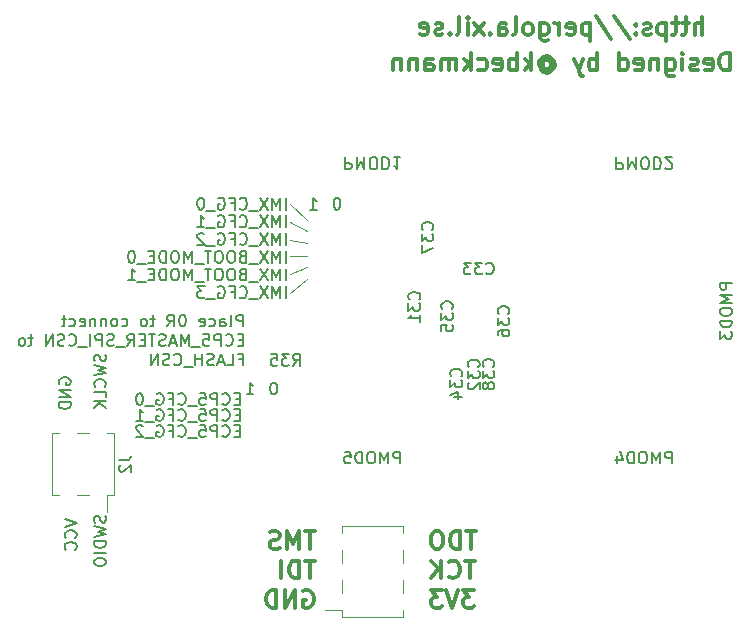
<source format=gbr>
G04 #@! TF.GenerationSoftware,KiCad,Pcbnew,5.1.4*
G04 #@! TF.CreationDate,2019-11-17T01:51:27+01:00*
G04 #@! TF.ProjectId,RevA,52657641-2e6b-4696-9361-645f70636258,rev?*
G04 #@! TF.SameCoordinates,Original*
G04 #@! TF.FileFunction,Legend,Bot*
G04 #@! TF.FilePolarity,Positive*
%FSLAX46Y46*%
G04 Gerber Fmt 4.6, Leading zero omitted, Abs format (unit mm)*
G04 Created by KiCad (PCBNEW 5.1.4) date 2019-11-17 01:51:27*
%MOMM*%
%LPD*%
G04 APERTURE LIST*
%ADD10C,0.300000*%
%ADD11C,0.150000*%
%ADD12C,0.120000*%
G04 APERTURE END LIST*
D10*
X170750000Y-56678571D02*
X170750000Y-55178571D01*
X170392857Y-55178571D01*
X170178571Y-55250000D01*
X170035714Y-55392857D01*
X169964285Y-55535714D01*
X169892857Y-55821428D01*
X169892857Y-56035714D01*
X169964285Y-56321428D01*
X170035714Y-56464285D01*
X170178571Y-56607142D01*
X170392857Y-56678571D01*
X170750000Y-56678571D01*
X168678571Y-56607142D02*
X168821428Y-56678571D01*
X169107142Y-56678571D01*
X169250000Y-56607142D01*
X169321428Y-56464285D01*
X169321428Y-55892857D01*
X169250000Y-55750000D01*
X169107142Y-55678571D01*
X168821428Y-55678571D01*
X168678571Y-55750000D01*
X168607142Y-55892857D01*
X168607142Y-56035714D01*
X169321428Y-56178571D01*
X168035714Y-56607142D02*
X167892857Y-56678571D01*
X167607142Y-56678571D01*
X167464285Y-56607142D01*
X167392857Y-56464285D01*
X167392857Y-56392857D01*
X167464285Y-56250000D01*
X167607142Y-56178571D01*
X167821428Y-56178571D01*
X167964285Y-56107142D01*
X168035714Y-55964285D01*
X168035714Y-55892857D01*
X167964285Y-55750000D01*
X167821428Y-55678571D01*
X167607142Y-55678571D01*
X167464285Y-55750000D01*
X166750000Y-56678571D02*
X166750000Y-55678571D01*
X166750000Y-55178571D02*
X166821428Y-55250000D01*
X166750000Y-55321428D01*
X166678571Y-55250000D01*
X166750000Y-55178571D01*
X166750000Y-55321428D01*
X165392857Y-55678571D02*
X165392857Y-56892857D01*
X165464285Y-57035714D01*
X165535714Y-57107142D01*
X165678571Y-57178571D01*
X165892857Y-57178571D01*
X166035714Y-57107142D01*
X165392857Y-56607142D02*
X165535714Y-56678571D01*
X165821428Y-56678571D01*
X165964285Y-56607142D01*
X166035714Y-56535714D01*
X166107142Y-56392857D01*
X166107142Y-55964285D01*
X166035714Y-55821428D01*
X165964285Y-55750000D01*
X165821428Y-55678571D01*
X165535714Y-55678571D01*
X165392857Y-55750000D01*
X164678571Y-55678571D02*
X164678571Y-56678571D01*
X164678571Y-55821428D02*
X164607142Y-55750000D01*
X164464285Y-55678571D01*
X164250000Y-55678571D01*
X164107142Y-55750000D01*
X164035714Y-55892857D01*
X164035714Y-56678571D01*
X162750000Y-56607142D02*
X162892857Y-56678571D01*
X163178571Y-56678571D01*
X163321428Y-56607142D01*
X163392857Y-56464285D01*
X163392857Y-55892857D01*
X163321428Y-55750000D01*
X163178571Y-55678571D01*
X162892857Y-55678571D01*
X162750000Y-55750000D01*
X162678571Y-55892857D01*
X162678571Y-56035714D01*
X163392857Y-56178571D01*
X161392857Y-56678571D02*
X161392857Y-55178571D01*
X161392857Y-56607142D02*
X161535714Y-56678571D01*
X161821428Y-56678571D01*
X161964285Y-56607142D01*
X162035714Y-56535714D01*
X162107142Y-56392857D01*
X162107142Y-55964285D01*
X162035714Y-55821428D01*
X161964285Y-55750000D01*
X161821428Y-55678571D01*
X161535714Y-55678571D01*
X161392857Y-55750000D01*
X159535714Y-56678571D02*
X159535714Y-55178571D01*
X159535714Y-55750000D02*
X159392857Y-55678571D01*
X159107142Y-55678571D01*
X158964285Y-55750000D01*
X158892857Y-55821428D01*
X158821428Y-55964285D01*
X158821428Y-56392857D01*
X158892857Y-56535714D01*
X158964285Y-56607142D01*
X159107142Y-56678571D01*
X159392857Y-56678571D01*
X159535714Y-56607142D01*
X158321428Y-55678571D02*
X157964285Y-56678571D01*
X157607142Y-55678571D02*
X157964285Y-56678571D01*
X158107142Y-57035714D01*
X158178571Y-57107142D01*
X158321428Y-57178571D01*
X154964285Y-55964285D02*
X155035714Y-55892857D01*
X155178571Y-55821428D01*
X155321428Y-55821428D01*
X155464285Y-55892857D01*
X155535714Y-55964285D01*
X155607142Y-56107142D01*
X155607142Y-56250000D01*
X155535714Y-56392857D01*
X155464285Y-56464285D01*
X155321428Y-56535714D01*
X155178571Y-56535714D01*
X155035714Y-56464285D01*
X154964285Y-56392857D01*
X154964285Y-55821428D02*
X154964285Y-56392857D01*
X154892857Y-56464285D01*
X154821428Y-56464285D01*
X154678571Y-56392857D01*
X154607142Y-56250000D01*
X154607142Y-55892857D01*
X154750000Y-55678571D01*
X154964285Y-55535714D01*
X155250000Y-55464285D01*
X155535714Y-55535714D01*
X155750000Y-55678571D01*
X155892857Y-55892857D01*
X155964285Y-56178571D01*
X155892857Y-56464285D01*
X155750000Y-56678571D01*
X155535714Y-56821428D01*
X155250000Y-56892857D01*
X154964285Y-56821428D01*
X154750000Y-56678571D01*
X153964285Y-56678571D02*
X153964285Y-55178571D01*
X153821428Y-56107142D02*
X153392857Y-56678571D01*
X153392857Y-55678571D02*
X153964285Y-56250000D01*
X152750000Y-56678571D02*
X152750000Y-55178571D01*
X152750000Y-55750000D02*
X152607142Y-55678571D01*
X152321428Y-55678571D01*
X152178571Y-55750000D01*
X152107142Y-55821428D01*
X152035714Y-55964285D01*
X152035714Y-56392857D01*
X152107142Y-56535714D01*
X152178571Y-56607142D01*
X152321428Y-56678571D01*
X152607142Y-56678571D01*
X152750000Y-56607142D01*
X150821428Y-56607142D02*
X150964285Y-56678571D01*
X151250000Y-56678571D01*
X151392857Y-56607142D01*
X151464285Y-56464285D01*
X151464285Y-55892857D01*
X151392857Y-55750000D01*
X151250000Y-55678571D01*
X150964285Y-55678571D01*
X150821428Y-55750000D01*
X150750000Y-55892857D01*
X150750000Y-56035714D01*
X151464285Y-56178571D01*
X149464285Y-56607142D02*
X149607142Y-56678571D01*
X149892857Y-56678571D01*
X150035714Y-56607142D01*
X150107142Y-56535714D01*
X150178571Y-56392857D01*
X150178571Y-55964285D01*
X150107142Y-55821428D01*
X150035714Y-55750000D01*
X149892857Y-55678571D01*
X149607142Y-55678571D01*
X149464285Y-55750000D01*
X148821428Y-56678571D02*
X148821428Y-55178571D01*
X148678571Y-56107142D02*
X148250000Y-56678571D01*
X148250000Y-55678571D02*
X148821428Y-56250000D01*
X147607142Y-56678571D02*
X147607142Y-55678571D01*
X147607142Y-55821428D02*
X147535714Y-55750000D01*
X147392857Y-55678571D01*
X147178571Y-55678571D01*
X147035714Y-55750000D01*
X146964285Y-55892857D01*
X146964285Y-56678571D01*
X146964285Y-55892857D02*
X146892857Y-55750000D01*
X146750000Y-55678571D01*
X146535714Y-55678571D01*
X146392857Y-55750000D01*
X146321428Y-55892857D01*
X146321428Y-56678571D01*
X144964285Y-56678571D02*
X144964285Y-55892857D01*
X145035714Y-55750000D01*
X145178571Y-55678571D01*
X145464285Y-55678571D01*
X145607142Y-55750000D01*
X144964285Y-56607142D02*
X145107142Y-56678571D01*
X145464285Y-56678571D01*
X145607142Y-56607142D01*
X145678571Y-56464285D01*
X145678571Y-56321428D01*
X145607142Y-56178571D01*
X145464285Y-56107142D01*
X145107142Y-56107142D01*
X144964285Y-56035714D01*
X144250000Y-55678571D02*
X144250000Y-56678571D01*
X144250000Y-55821428D02*
X144178571Y-55750000D01*
X144035714Y-55678571D01*
X143821428Y-55678571D01*
X143678571Y-55750000D01*
X143607142Y-55892857D01*
X143607142Y-56678571D01*
X142892857Y-55678571D02*
X142892857Y-56678571D01*
X142892857Y-55821428D02*
X142821428Y-55750000D01*
X142678571Y-55678571D01*
X142464285Y-55678571D01*
X142321428Y-55750000D01*
X142250000Y-55892857D01*
X142250000Y-56678571D01*
D11*
X138166666Y-64047619D02*
X138166666Y-65047619D01*
X138547619Y-65047619D01*
X138642857Y-65000000D01*
X138690476Y-64952380D01*
X138738095Y-64857142D01*
X138738095Y-64714285D01*
X138690476Y-64619047D01*
X138642857Y-64571428D01*
X138547619Y-64523809D01*
X138166666Y-64523809D01*
X139166666Y-64047619D02*
X139166666Y-65047619D01*
X139500000Y-64333333D01*
X139833333Y-65047619D01*
X139833333Y-64047619D01*
X140500000Y-65047619D02*
X140690476Y-65047619D01*
X140785714Y-65000000D01*
X140880952Y-64904761D01*
X140928571Y-64714285D01*
X140928571Y-64380952D01*
X140880952Y-64190476D01*
X140785714Y-64095238D01*
X140690476Y-64047619D01*
X140500000Y-64047619D01*
X140404761Y-64095238D01*
X140309523Y-64190476D01*
X140261904Y-64380952D01*
X140261904Y-64714285D01*
X140309523Y-64904761D01*
X140404761Y-65000000D01*
X140500000Y-65047619D01*
X141357142Y-64047619D02*
X141357142Y-65047619D01*
X141595238Y-65047619D01*
X141738095Y-65000000D01*
X141833333Y-64904761D01*
X141880952Y-64809523D01*
X141928571Y-64619047D01*
X141928571Y-64476190D01*
X141880952Y-64285714D01*
X141833333Y-64190476D01*
X141738095Y-64095238D01*
X141595238Y-64047619D01*
X141357142Y-64047619D01*
X142880952Y-64047619D02*
X142309523Y-64047619D01*
X142595238Y-64047619D02*
X142595238Y-65047619D01*
X142500000Y-64904761D01*
X142404761Y-64809523D01*
X142309523Y-64761904D01*
X161166666Y-64047619D02*
X161166666Y-65047619D01*
X161547619Y-65047619D01*
X161642857Y-65000000D01*
X161690476Y-64952380D01*
X161738095Y-64857142D01*
X161738095Y-64714285D01*
X161690476Y-64619047D01*
X161642857Y-64571428D01*
X161547619Y-64523809D01*
X161166666Y-64523809D01*
X162166666Y-64047619D02*
X162166666Y-65047619D01*
X162500000Y-64333333D01*
X162833333Y-65047619D01*
X162833333Y-64047619D01*
X163500000Y-65047619D02*
X163690476Y-65047619D01*
X163785714Y-65000000D01*
X163880952Y-64904761D01*
X163928571Y-64714285D01*
X163928571Y-64380952D01*
X163880952Y-64190476D01*
X163785714Y-64095238D01*
X163690476Y-64047619D01*
X163500000Y-64047619D01*
X163404761Y-64095238D01*
X163309523Y-64190476D01*
X163261904Y-64380952D01*
X163261904Y-64714285D01*
X163309523Y-64904761D01*
X163404761Y-65000000D01*
X163500000Y-65047619D01*
X164357142Y-64047619D02*
X164357142Y-65047619D01*
X164595238Y-65047619D01*
X164738095Y-65000000D01*
X164833333Y-64904761D01*
X164880952Y-64809523D01*
X164928571Y-64619047D01*
X164928571Y-64476190D01*
X164880952Y-64285714D01*
X164833333Y-64190476D01*
X164738095Y-64095238D01*
X164595238Y-64047619D01*
X164357142Y-64047619D01*
X165309523Y-64952380D02*
X165357142Y-65000000D01*
X165452380Y-65047619D01*
X165690476Y-65047619D01*
X165785714Y-65000000D01*
X165833333Y-64952380D01*
X165880952Y-64857142D01*
X165880952Y-64761904D01*
X165833333Y-64619047D01*
X165261904Y-64047619D01*
X165880952Y-64047619D01*
X170952380Y-74666666D02*
X169952380Y-74666666D01*
X169952380Y-75047619D01*
X170000000Y-75142857D01*
X170047619Y-75190476D01*
X170142857Y-75238095D01*
X170285714Y-75238095D01*
X170380952Y-75190476D01*
X170428571Y-75142857D01*
X170476190Y-75047619D01*
X170476190Y-74666666D01*
X170952380Y-75666666D02*
X169952380Y-75666666D01*
X170666666Y-76000000D01*
X169952380Y-76333333D01*
X170952380Y-76333333D01*
X169952380Y-77000000D02*
X169952380Y-77190476D01*
X170000000Y-77285714D01*
X170095238Y-77380952D01*
X170285714Y-77428571D01*
X170619047Y-77428571D01*
X170809523Y-77380952D01*
X170904761Y-77285714D01*
X170952380Y-77190476D01*
X170952380Y-77000000D01*
X170904761Y-76904761D01*
X170809523Y-76809523D01*
X170619047Y-76761904D01*
X170285714Y-76761904D01*
X170095238Y-76809523D01*
X170000000Y-76904761D01*
X169952380Y-77000000D01*
X170952380Y-77857142D02*
X169952380Y-77857142D01*
X169952380Y-78095238D01*
X170000000Y-78238095D01*
X170095238Y-78333333D01*
X170190476Y-78380952D01*
X170380952Y-78428571D01*
X170523809Y-78428571D01*
X170714285Y-78380952D01*
X170809523Y-78333333D01*
X170904761Y-78238095D01*
X170952380Y-78095238D01*
X170952380Y-77857142D01*
X169952380Y-78761904D02*
X169952380Y-79380952D01*
X170333333Y-79047619D01*
X170333333Y-79190476D01*
X170380952Y-79285714D01*
X170428571Y-79333333D01*
X170523809Y-79380952D01*
X170761904Y-79380952D01*
X170857142Y-79333333D01*
X170904761Y-79285714D01*
X170952380Y-79190476D01*
X170952380Y-78904761D01*
X170904761Y-78809523D01*
X170857142Y-78761904D01*
X165833333Y-89952380D02*
X165833333Y-88952380D01*
X165452380Y-88952380D01*
X165357142Y-89000000D01*
X165309523Y-89047619D01*
X165261904Y-89142857D01*
X165261904Y-89285714D01*
X165309523Y-89380952D01*
X165357142Y-89428571D01*
X165452380Y-89476190D01*
X165833333Y-89476190D01*
X164833333Y-89952380D02*
X164833333Y-88952380D01*
X164500000Y-89666666D01*
X164166666Y-88952380D01*
X164166666Y-89952380D01*
X163500000Y-88952380D02*
X163309523Y-88952380D01*
X163214285Y-89000000D01*
X163119047Y-89095238D01*
X163071428Y-89285714D01*
X163071428Y-89619047D01*
X163119047Y-89809523D01*
X163214285Y-89904761D01*
X163309523Y-89952380D01*
X163500000Y-89952380D01*
X163595238Y-89904761D01*
X163690476Y-89809523D01*
X163738095Y-89619047D01*
X163738095Y-89285714D01*
X163690476Y-89095238D01*
X163595238Y-89000000D01*
X163500000Y-88952380D01*
X162642857Y-89952380D02*
X162642857Y-88952380D01*
X162404761Y-88952380D01*
X162261904Y-89000000D01*
X162166666Y-89095238D01*
X162119047Y-89190476D01*
X162071428Y-89380952D01*
X162071428Y-89523809D01*
X162119047Y-89714285D01*
X162166666Y-89809523D01*
X162261904Y-89904761D01*
X162404761Y-89952380D01*
X162642857Y-89952380D01*
X161214285Y-89285714D02*
X161214285Y-89952380D01*
X161452380Y-88904761D02*
X161690476Y-89619047D01*
X161071428Y-89619047D01*
X142833333Y-89952380D02*
X142833333Y-88952380D01*
X142452380Y-88952380D01*
X142357142Y-89000000D01*
X142309523Y-89047619D01*
X142261904Y-89142857D01*
X142261904Y-89285714D01*
X142309523Y-89380952D01*
X142357142Y-89428571D01*
X142452380Y-89476190D01*
X142833333Y-89476190D01*
X141833333Y-89952380D02*
X141833333Y-88952380D01*
X141500000Y-89666666D01*
X141166666Y-88952380D01*
X141166666Y-89952380D01*
X140500000Y-88952380D02*
X140309523Y-88952380D01*
X140214285Y-89000000D01*
X140119047Y-89095238D01*
X140071428Y-89285714D01*
X140071428Y-89619047D01*
X140119047Y-89809523D01*
X140214285Y-89904761D01*
X140309523Y-89952380D01*
X140500000Y-89952380D01*
X140595238Y-89904761D01*
X140690476Y-89809523D01*
X140738095Y-89619047D01*
X140738095Y-89285714D01*
X140690476Y-89095238D01*
X140595238Y-89000000D01*
X140500000Y-88952380D01*
X139642857Y-89952380D02*
X139642857Y-88952380D01*
X139404761Y-88952380D01*
X139261904Y-89000000D01*
X139166666Y-89095238D01*
X139119047Y-89190476D01*
X139071428Y-89380952D01*
X139071428Y-89523809D01*
X139119047Y-89714285D01*
X139166666Y-89809523D01*
X139261904Y-89904761D01*
X139404761Y-89952380D01*
X139642857Y-89952380D01*
X138166666Y-88952380D02*
X138642857Y-88952380D01*
X138690476Y-89428571D01*
X138642857Y-89380952D01*
X138547619Y-89333333D01*
X138309523Y-89333333D01*
X138214285Y-89380952D01*
X138166666Y-89428571D01*
X138119047Y-89523809D01*
X138119047Y-89761904D01*
X138166666Y-89857142D01*
X138214285Y-89904761D01*
X138309523Y-89952380D01*
X138547619Y-89952380D01*
X138642857Y-89904761D01*
X138690476Y-89857142D01*
D10*
X168428571Y-53678571D02*
X168428571Y-52178571D01*
X167785714Y-53678571D02*
X167785714Y-52892857D01*
X167857142Y-52750000D01*
X168000000Y-52678571D01*
X168214285Y-52678571D01*
X168357142Y-52750000D01*
X168428571Y-52821428D01*
X167285714Y-52678571D02*
X166714285Y-52678571D01*
X167071428Y-52178571D02*
X167071428Y-53464285D01*
X167000000Y-53607142D01*
X166857142Y-53678571D01*
X166714285Y-53678571D01*
X166428571Y-52678571D02*
X165857142Y-52678571D01*
X166214285Y-52178571D02*
X166214285Y-53464285D01*
X166142857Y-53607142D01*
X166000000Y-53678571D01*
X165857142Y-53678571D01*
X165357142Y-52678571D02*
X165357142Y-54178571D01*
X165357142Y-52750000D02*
X165214285Y-52678571D01*
X164928571Y-52678571D01*
X164785714Y-52750000D01*
X164714285Y-52821428D01*
X164642857Y-52964285D01*
X164642857Y-53392857D01*
X164714285Y-53535714D01*
X164785714Y-53607142D01*
X164928571Y-53678571D01*
X165214285Y-53678571D01*
X165357142Y-53607142D01*
X164071428Y-53607142D02*
X163928571Y-53678571D01*
X163642857Y-53678571D01*
X163500000Y-53607142D01*
X163428571Y-53464285D01*
X163428571Y-53392857D01*
X163500000Y-53250000D01*
X163642857Y-53178571D01*
X163857142Y-53178571D01*
X164000000Y-53107142D01*
X164071428Y-52964285D01*
X164071428Y-52892857D01*
X164000000Y-52750000D01*
X163857142Y-52678571D01*
X163642857Y-52678571D01*
X163500000Y-52750000D01*
X162785714Y-53535714D02*
X162714285Y-53607142D01*
X162785714Y-53678571D01*
X162857142Y-53607142D01*
X162785714Y-53535714D01*
X162785714Y-53678571D01*
X162785714Y-52750000D02*
X162714285Y-52821428D01*
X162785714Y-52892857D01*
X162857142Y-52821428D01*
X162785714Y-52750000D01*
X162785714Y-52892857D01*
X161000000Y-52107142D02*
X162285714Y-54035714D01*
X159428571Y-52107142D02*
X160714285Y-54035714D01*
X158928571Y-52678571D02*
X158928571Y-54178571D01*
X158928571Y-52750000D02*
X158785714Y-52678571D01*
X158500000Y-52678571D01*
X158357142Y-52750000D01*
X158285714Y-52821428D01*
X158214285Y-52964285D01*
X158214285Y-53392857D01*
X158285714Y-53535714D01*
X158357142Y-53607142D01*
X158500000Y-53678571D01*
X158785714Y-53678571D01*
X158928571Y-53607142D01*
X157000000Y-53607142D02*
X157142857Y-53678571D01*
X157428571Y-53678571D01*
X157571428Y-53607142D01*
X157642857Y-53464285D01*
X157642857Y-52892857D01*
X157571428Y-52750000D01*
X157428571Y-52678571D01*
X157142857Y-52678571D01*
X157000000Y-52750000D01*
X156928571Y-52892857D01*
X156928571Y-53035714D01*
X157642857Y-53178571D01*
X156285714Y-53678571D02*
X156285714Y-52678571D01*
X156285714Y-52964285D02*
X156214285Y-52821428D01*
X156142857Y-52750000D01*
X156000000Y-52678571D01*
X155857142Y-52678571D01*
X154714285Y-52678571D02*
X154714285Y-53892857D01*
X154785714Y-54035714D01*
X154857142Y-54107142D01*
X155000000Y-54178571D01*
X155214285Y-54178571D01*
X155357142Y-54107142D01*
X154714285Y-53607142D02*
X154857142Y-53678571D01*
X155142857Y-53678571D01*
X155285714Y-53607142D01*
X155357142Y-53535714D01*
X155428571Y-53392857D01*
X155428571Y-52964285D01*
X155357142Y-52821428D01*
X155285714Y-52750000D01*
X155142857Y-52678571D01*
X154857142Y-52678571D01*
X154714285Y-52750000D01*
X153785714Y-53678571D02*
X153928571Y-53607142D01*
X154000000Y-53535714D01*
X154071428Y-53392857D01*
X154071428Y-52964285D01*
X154000000Y-52821428D01*
X153928571Y-52750000D01*
X153785714Y-52678571D01*
X153571428Y-52678571D01*
X153428571Y-52750000D01*
X153357142Y-52821428D01*
X153285714Y-52964285D01*
X153285714Y-53392857D01*
X153357142Y-53535714D01*
X153428571Y-53607142D01*
X153571428Y-53678571D01*
X153785714Y-53678571D01*
X152428571Y-53678571D02*
X152571428Y-53607142D01*
X152642857Y-53464285D01*
X152642857Y-52178571D01*
X151214285Y-53678571D02*
X151214285Y-52892857D01*
X151285714Y-52750000D01*
X151428571Y-52678571D01*
X151714285Y-52678571D01*
X151857142Y-52750000D01*
X151214285Y-53607142D02*
X151357142Y-53678571D01*
X151714285Y-53678571D01*
X151857142Y-53607142D01*
X151928571Y-53464285D01*
X151928571Y-53321428D01*
X151857142Y-53178571D01*
X151714285Y-53107142D01*
X151357142Y-53107142D01*
X151214285Y-53035714D01*
X150500000Y-53535714D02*
X150428571Y-53607142D01*
X150500000Y-53678571D01*
X150571428Y-53607142D01*
X150500000Y-53535714D01*
X150500000Y-53678571D01*
X149928571Y-53678571D02*
X149142857Y-52678571D01*
X149928571Y-52678571D02*
X149142857Y-53678571D01*
X148571428Y-53678571D02*
X148571428Y-52678571D01*
X148571428Y-52178571D02*
X148642857Y-52250000D01*
X148571428Y-52321428D01*
X148500000Y-52250000D01*
X148571428Y-52178571D01*
X148571428Y-52321428D01*
X147642857Y-53678571D02*
X147785714Y-53607142D01*
X147857142Y-53464285D01*
X147857142Y-52178571D01*
X147071428Y-53535714D02*
X147000000Y-53607142D01*
X147071428Y-53678571D01*
X147142857Y-53607142D01*
X147071428Y-53535714D01*
X147071428Y-53678571D01*
X146428571Y-53607142D02*
X146285714Y-53678571D01*
X146000000Y-53678571D01*
X145857142Y-53607142D01*
X145785714Y-53464285D01*
X145785714Y-53392857D01*
X145857142Y-53250000D01*
X146000000Y-53178571D01*
X146214285Y-53178571D01*
X146357142Y-53107142D01*
X146428571Y-52964285D01*
X146428571Y-52892857D01*
X146357142Y-52750000D01*
X146214285Y-52678571D01*
X146000000Y-52678571D01*
X145857142Y-52750000D01*
X144571428Y-53607142D02*
X144714285Y-53678571D01*
X145000000Y-53678571D01*
X145142857Y-53607142D01*
X145214285Y-53464285D01*
X145214285Y-52892857D01*
X145142857Y-52750000D01*
X145000000Y-52678571D01*
X144714285Y-52678571D01*
X144571428Y-52750000D01*
X144500000Y-52892857D01*
X144500000Y-53035714D01*
X145214285Y-53178571D01*
D11*
X129564404Y-78352380D02*
X129564404Y-77352380D01*
X129183452Y-77352380D01*
X129088214Y-77400000D01*
X129040595Y-77447619D01*
X128992976Y-77542857D01*
X128992976Y-77685714D01*
X129040595Y-77780952D01*
X129088214Y-77828571D01*
X129183452Y-77876190D01*
X129564404Y-77876190D01*
X128421547Y-78352380D02*
X128516785Y-78304761D01*
X128564404Y-78209523D01*
X128564404Y-77352380D01*
X127612023Y-78352380D02*
X127612023Y-77828571D01*
X127659642Y-77733333D01*
X127754880Y-77685714D01*
X127945357Y-77685714D01*
X128040595Y-77733333D01*
X127612023Y-78304761D02*
X127707261Y-78352380D01*
X127945357Y-78352380D01*
X128040595Y-78304761D01*
X128088214Y-78209523D01*
X128088214Y-78114285D01*
X128040595Y-78019047D01*
X127945357Y-77971428D01*
X127707261Y-77971428D01*
X127612023Y-77923809D01*
X126707261Y-78304761D02*
X126802500Y-78352380D01*
X126992976Y-78352380D01*
X127088214Y-78304761D01*
X127135833Y-78257142D01*
X127183452Y-78161904D01*
X127183452Y-77876190D01*
X127135833Y-77780952D01*
X127088214Y-77733333D01*
X126992976Y-77685714D01*
X126802500Y-77685714D01*
X126707261Y-77733333D01*
X125897738Y-78304761D02*
X125992976Y-78352380D01*
X126183452Y-78352380D01*
X126278690Y-78304761D01*
X126326309Y-78209523D01*
X126326309Y-77828571D01*
X126278690Y-77733333D01*
X126183452Y-77685714D01*
X125992976Y-77685714D01*
X125897738Y-77733333D01*
X125850119Y-77828571D01*
X125850119Y-77923809D01*
X126326309Y-78019047D01*
X124469166Y-77352380D02*
X124373928Y-77352380D01*
X124278690Y-77400000D01*
X124231071Y-77447619D01*
X124183452Y-77542857D01*
X124135833Y-77733333D01*
X124135833Y-77971428D01*
X124183452Y-78161904D01*
X124231071Y-78257142D01*
X124278690Y-78304761D01*
X124373928Y-78352380D01*
X124469166Y-78352380D01*
X124564404Y-78304761D01*
X124612023Y-78257142D01*
X124659642Y-78161904D01*
X124707261Y-77971428D01*
X124707261Y-77733333D01*
X124659642Y-77542857D01*
X124612023Y-77447619D01*
X124564404Y-77400000D01*
X124469166Y-77352380D01*
X123135833Y-78352380D02*
X123469166Y-77876190D01*
X123707261Y-78352380D02*
X123707261Y-77352380D01*
X123326309Y-77352380D01*
X123231071Y-77400000D01*
X123183452Y-77447619D01*
X123135833Y-77542857D01*
X123135833Y-77685714D01*
X123183452Y-77780952D01*
X123231071Y-77828571D01*
X123326309Y-77876190D01*
X123707261Y-77876190D01*
X122088214Y-77685714D02*
X121707261Y-77685714D01*
X121945357Y-77352380D02*
X121945357Y-78209523D01*
X121897738Y-78304761D01*
X121802500Y-78352380D01*
X121707261Y-78352380D01*
X121231071Y-78352380D02*
X121326309Y-78304761D01*
X121373928Y-78257142D01*
X121421547Y-78161904D01*
X121421547Y-77876190D01*
X121373928Y-77780952D01*
X121326309Y-77733333D01*
X121231071Y-77685714D01*
X121088214Y-77685714D01*
X120992976Y-77733333D01*
X120945357Y-77780952D01*
X120897738Y-77876190D01*
X120897738Y-78161904D01*
X120945357Y-78257142D01*
X120992976Y-78304761D01*
X121088214Y-78352380D01*
X121231071Y-78352380D01*
X119278690Y-78304761D02*
X119373928Y-78352380D01*
X119564404Y-78352380D01*
X119659642Y-78304761D01*
X119707261Y-78257142D01*
X119754880Y-78161904D01*
X119754880Y-77876190D01*
X119707261Y-77780952D01*
X119659642Y-77733333D01*
X119564404Y-77685714D01*
X119373928Y-77685714D01*
X119278690Y-77733333D01*
X118707261Y-78352380D02*
X118802500Y-78304761D01*
X118850119Y-78257142D01*
X118897738Y-78161904D01*
X118897738Y-77876190D01*
X118850119Y-77780952D01*
X118802500Y-77733333D01*
X118707261Y-77685714D01*
X118564404Y-77685714D01*
X118469166Y-77733333D01*
X118421547Y-77780952D01*
X118373928Y-77876190D01*
X118373928Y-78161904D01*
X118421547Y-78257142D01*
X118469166Y-78304761D01*
X118564404Y-78352380D01*
X118707261Y-78352380D01*
X117945357Y-77685714D02*
X117945357Y-78352380D01*
X117945357Y-77780952D02*
X117897738Y-77733333D01*
X117802500Y-77685714D01*
X117659642Y-77685714D01*
X117564404Y-77733333D01*
X117516785Y-77828571D01*
X117516785Y-78352380D01*
X117040595Y-77685714D02*
X117040595Y-78352380D01*
X117040595Y-77780952D02*
X116992976Y-77733333D01*
X116897738Y-77685714D01*
X116754880Y-77685714D01*
X116659642Y-77733333D01*
X116612023Y-77828571D01*
X116612023Y-78352380D01*
X115754880Y-78304761D02*
X115850119Y-78352380D01*
X116040595Y-78352380D01*
X116135833Y-78304761D01*
X116183452Y-78209523D01*
X116183452Y-77828571D01*
X116135833Y-77733333D01*
X116040595Y-77685714D01*
X115850119Y-77685714D01*
X115754880Y-77733333D01*
X115707261Y-77828571D01*
X115707261Y-77923809D01*
X116183452Y-78019047D01*
X114850119Y-78304761D02*
X114945357Y-78352380D01*
X115135833Y-78352380D01*
X115231071Y-78304761D01*
X115278690Y-78257142D01*
X115326309Y-78161904D01*
X115326309Y-77876190D01*
X115278690Y-77780952D01*
X115231071Y-77733333D01*
X115135833Y-77685714D01*
X114945357Y-77685714D01*
X114850119Y-77733333D01*
X114564404Y-77685714D02*
X114183452Y-77685714D01*
X114421547Y-77352380D02*
X114421547Y-78209523D01*
X114373928Y-78304761D01*
X114278690Y-78352380D01*
X114183452Y-78352380D01*
X129564404Y-79478571D02*
X129231071Y-79478571D01*
X129088214Y-80002380D02*
X129564404Y-80002380D01*
X129564404Y-79002380D01*
X129088214Y-79002380D01*
X128088214Y-79907142D02*
X128135833Y-79954761D01*
X128278690Y-80002380D01*
X128373928Y-80002380D01*
X128516785Y-79954761D01*
X128612023Y-79859523D01*
X128659642Y-79764285D01*
X128707261Y-79573809D01*
X128707261Y-79430952D01*
X128659642Y-79240476D01*
X128612023Y-79145238D01*
X128516785Y-79050000D01*
X128373928Y-79002380D01*
X128278690Y-79002380D01*
X128135833Y-79050000D01*
X128088214Y-79097619D01*
X127659642Y-80002380D02*
X127659642Y-79002380D01*
X127278690Y-79002380D01*
X127183452Y-79050000D01*
X127135833Y-79097619D01*
X127088214Y-79192857D01*
X127088214Y-79335714D01*
X127135833Y-79430952D01*
X127183452Y-79478571D01*
X127278690Y-79526190D01*
X127659642Y-79526190D01*
X126183452Y-79002380D02*
X126659642Y-79002380D01*
X126707261Y-79478571D01*
X126659642Y-79430952D01*
X126564404Y-79383333D01*
X126326309Y-79383333D01*
X126231071Y-79430952D01*
X126183452Y-79478571D01*
X126135833Y-79573809D01*
X126135833Y-79811904D01*
X126183452Y-79907142D01*
X126231071Y-79954761D01*
X126326309Y-80002380D01*
X126564404Y-80002380D01*
X126659642Y-79954761D01*
X126707261Y-79907142D01*
X125945357Y-80097619D02*
X125183452Y-80097619D01*
X124945357Y-80002380D02*
X124945357Y-79002380D01*
X124612023Y-79716666D01*
X124278690Y-79002380D01*
X124278690Y-80002380D01*
X123850119Y-79716666D02*
X123373928Y-79716666D01*
X123945357Y-80002380D02*
X123612023Y-79002380D01*
X123278690Y-80002380D01*
X122992976Y-79954761D02*
X122850119Y-80002380D01*
X122612023Y-80002380D01*
X122516785Y-79954761D01*
X122469166Y-79907142D01*
X122421547Y-79811904D01*
X122421547Y-79716666D01*
X122469166Y-79621428D01*
X122516785Y-79573809D01*
X122612023Y-79526190D01*
X122802500Y-79478571D01*
X122897738Y-79430952D01*
X122945357Y-79383333D01*
X122992976Y-79288095D01*
X122992976Y-79192857D01*
X122945357Y-79097619D01*
X122897738Y-79050000D01*
X122802500Y-79002380D01*
X122564404Y-79002380D01*
X122421547Y-79050000D01*
X122135833Y-79002380D02*
X121564404Y-79002380D01*
X121850119Y-80002380D02*
X121850119Y-79002380D01*
X121231071Y-79478571D02*
X120897738Y-79478571D01*
X120754880Y-80002380D02*
X121231071Y-80002380D01*
X121231071Y-79002380D01*
X120754880Y-79002380D01*
X119754880Y-80002380D02*
X120088214Y-79526190D01*
X120326309Y-80002380D02*
X120326309Y-79002380D01*
X119945357Y-79002380D01*
X119850119Y-79050000D01*
X119802500Y-79097619D01*
X119754880Y-79192857D01*
X119754880Y-79335714D01*
X119802500Y-79430952D01*
X119850119Y-79478571D01*
X119945357Y-79526190D01*
X120326309Y-79526190D01*
X119564404Y-80097619D02*
X118802500Y-80097619D01*
X118612023Y-79954761D02*
X118469166Y-80002380D01*
X118231071Y-80002380D01*
X118135833Y-79954761D01*
X118088214Y-79907142D01*
X118040595Y-79811904D01*
X118040595Y-79716666D01*
X118088214Y-79621428D01*
X118135833Y-79573809D01*
X118231071Y-79526190D01*
X118421547Y-79478571D01*
X118516785Y-79430952D01*
X118564404Y-79383333D01*
X118612023Y-79288095D01*
X118612023Y-79192857D01*
X118564404Y-79097619D01*
X118516785Y-79050000D01*
X118421547Y-79002380D01*
X118183452Y-79002380D01*
X118040595Y-79050000D01*
X117612023Y-80002380D02*
X117612023Y-79002380D01*
X117231071Y-79002380D01*
X117135833Y-79050000D01*
X117088214Y-79097619D01*
X117040595Y-79192857D01*
X117040595Y-79335714D01*
X117088214Y-79430952D01*
X117135833Y-79478571D01*
X117231071Y-79526190D01*
X117612023Y-79526190D01*
X116612023Y-80002380D02*
X116612023Y-79002380D01*
X116373928Y-80097619D02*
X115612023Y-80097619D01*
X114802500Y-79907142D02*
X114850119Y-79954761D01*
X114992976Y-80002380D01*
X115088214Y-80002380D01*
X115231071Y-79954761D01*
X115326309Y-79859523D01*
X115373928Y-79764285D01*
X115421547Y-79573809D01*
X115421547Y-79430952D01*
X115373928Y-79240476D01*
X115326309Y-79145238D01*
X115231071Y-79050000D01*
X115088214Y-79002380D01*
X114992976Y-79002380D01*
X114850119Y-79050000D01*
X114802500Y-79097619D01*
X114421547Y-79954761D02*
X114278690Y-80002380D01*
X114040595Y-80002380D01*
X113945357Y-79954761D01*
X113897738Y-79907142D01*
X113850119Y-79811904D01*
X113850119Y-79716666D01*
X113897738Y-79621428D01*
X113945357Y-79573809D01*
X114040595Y-79526190D01*
X114231071Y-79478571D01*
X114326309Y-79430952D01*
X114373928Y-79383333D01*
X114421547Y-79288095D01*
X114421547Y-79192857D01*
X114373928Y-79097619D01*
X114326309Y-79050000D01*
X114231071Y-79002380D01*
X113992976Y-79002380D01*
X113850119Y-79050000D01*
X113421547Y-80002380D02*
X113421547Y-79002380D01*
X112850119Y-80002380D01*
X112850119Y-79002380D01*
X111754880Y-79335714D02*
X111373928Y-79335714D01*
X111612023Y-79002380D02*
X111612023Y-79859523D01*
X111564404Y-79954761D01*
X111469166Y-80002380D01*
X111373928Y-80002380D01*
X110897738Y-80002380D02*
X110992976Y-79954761D01*
X111040595Y-79907142D01*
X111088214Y-79811904D01*
X111088214Y-79526190D01*
X111040595Y-79430952D01*
X110992976Y-79383333D01*
X110897738Y-79335714D01*
X110754880Y-79335714D01*
X110659642Y-79383333D01*
X110612023Y-79430952D01*
X110564404Y-79526190D01*
X110564404Y-79811904D01*
X110612023Y-79907142D01*
X110659642Y-79954761D01*
X110754880Y-80002380D01*
X110897738Y-80002380D01*
X129231071Y-81128571D02*
X129564404Y-81128571D01*
X129564404Y-81652380D02*
X129564404Y-80652380D01*
X129088214Y-80652380D01*
X128231071Y-81652380D02*
X128707261Y-81652380D01*
X128707261Y-80652380D01*
X127945357Y-81366666D02*
X127469166Y-81366666D01*
X128040595Y-81652380D02*
X127707261Y-80652380D01*
X127373928Y-81652380D01*
X127088214Y-81604761D02*
X126945357Y-81652380D01*
X126707261Y-81652380D01*
X126612023Y-81604761D01*
X126564404Y-81557142D01*
X126516785Y-81461904D01*
X126516785Y-81366666D01*
X126564404Y-81271428D01*
X126612023Y-81223809D01*
X126707261Y-81176190D01*
X126897738Y-81128571D01*
X126992976Y-81080952D01*
X127040595Y-81033333D01*
X127088214Y-80938095D01*
X127088214Y-80842857D01*
X127040595Y-80747619D01*
X126992976Y-80700000D01*
X126897738Y-80652380D01*
X126659642Y-80652380D01*
X126516785Y-80700000D01*
X126088214Y-81652380D02*
X126088214Y-80652380D01*
X126088214Y-81128571D02*
X125516785Y-81128571D01*
X125516785Y-81652380D02*
X125516785Y-80652380D01*
X125278690Y-81747619D02*
X124516785Y-81747619D01*
X123707261Y-81557142D02*
X123754880Y-81604761D01*
X123897738Y-81652380D01*
X123992976Y-81652380D01*
X124135833Y-81604761D01*
X124231071Y-81509523D01*
X124278690Y-81414285D01*
X124326309Y-81223809D01*
X124326309Y-81080952D01*
X124278690Y-80890476D01*
X124231071Y-80795238D01*
X124135833Y-80700000D01*
X123992976Y-80652380D01*
X123897738Y-80652380D01*
X123754880Y-80700000D01*
X123707261Y-80747619D01*
X123326309Y-81604761D02*
X123183452Y-81652380D01*
X122945357Y-81652380D01*
X122850119Y-81604761D01*
X122802500Y-81557142D01*
X122754880Y-81461904D01*
X122754880Y-81366666D01*
X122802500Y-81271428D01*
X122850119Y-81223809D01*
X122945357Y-81176190D01*
X123135833Y-81128571D01*
X123231071Y-81080952D01*
X123278690Y-81033333D01*
X123326309Y-80938095D01*
X123326309Y-80842857D01*
X123278690Y-80747619D01*
X123231071Y-80700000D01*
X123135833Y-80652380D01*
X122897738Y-80652380D01*
X122754880Y-80700000D01*
X122326309Y-81652380D02*
X122326309Y-80652380D01*
X121754880Y-81652380D01*
X121754880Y-80652380D01*
X132197619Y-83102380D02*
X132102380Y-83102380D01*
X132007142Y-83150000D01*
X131959523Y-83197619D01*
X131911904Y-83292857D01*
X131864285Y-83483333D01*
X131864285Y-83721428D01*
X131911904Y-83911904D01*
X131959523Y-84007142D01*
X132007142Y-84054761D01*
X132102380Y-84102380D01*
X132197619Y-84102380D01*
X132292857Y-84054761D01*
X132340476Y-84007142D01*
X132388095Y-83911904D01*
X132435714Y-83721428D01*
X132435714Y-83483333D01*
X132388095Y-83292857D01*
X132340476Y-83197619D01*
X132292857Y-83150000D01*
X132197619Y-83102380D01*
X129864285Y-84102380D02*
X130435714Y-84102380D01*
X130150000Y-84102380D02*
X130150000Y-83102380D01*
X130245238Y-83245238D01*
X130340476Y-83340476D01*
X130435714Y-83388095D01*
X129264404Y-84478571D02*
X128931071Y-84478571D01*
X128788214Y-85002380D02*
X129264404Y-85002380D01*
X129264404Y-84002380D01*
X128788214Y-84002380D01*
X127788214Y-84907142D02*
X127835833Y-84954761D01*
X127978690Y-85002380D01*
X128073928Y-85002380D01*
X128216785Y-84954761D01*
X128312023Y-84859523D01*
X128359642Y-84764285D01*
X128407261Y-84573809D01*
X128407261Y-84430952D01*
X128359642Y-84240476D01*
X128312023Y-84145238D01*
X128216785Y-84050000D01*
X128073928Y-84002380D01*
X127978690Y-84002380D01*
X127835833Y-84050000D01*
X127788214Y-84097619D01*
X127359642Y-85002380D02*
X127359642Y-84002380D01*
X126978690Y-84002380D01*
X126883452Y-84050000D01*
X126835833Y-84097619D01*
X126788214Y-84192857D01*
X126788214Y-84335714D01*
X126835833Y-84430952D01*
X126883452Y-84478571D01*
X126978690Y-84526190D01*
X127359642Y-84526190D01*
X125883452Y-84002380D02*
X126359642Y-84002380D01*
X126407261Y-84478571D01*
X126359642Y-84430952D01*
X126264404Y-84383333D01*
X126026309Y-84383333D01*
X125931071Y-84430952D01*
X125883452Y-84478571D01*
X125835833Y-84573809D01*
X125835833Y-84811904D01*
X125883452Y-84907142D01*
X125931071Y-84954761D01*
X126026309Y-85002380D01*
X126264404Y-85002380D01*
X126359642Y-84954761D01*
X126407261Y-84907142D01*
X125645357Y-85097619D02*
X124883452Y-85097619D01*
X124073928Y-84907142D02*
X124121547Y-84954761D01*
X124264404Y-85002380D01*
X124359642Y-85002380D01*
X124502500Y-84954761D01*
X124597738Y-84859523D01*
X124645357Y-84764285D01*
X124692976Y-84573809D01*
X124692976Y-84430952D01*
X124645357Y-84240476D01*
X124597738Y-84145238D01*
X124502500Y-84050000D01*
X124359642Y-84002380D01*
X124264404Y-84002380D01*
X124121547Y-84050000D01*
X124073928Y-84097619D01*
X123312023Y-84478571D02*
X123645357Y-84478571D01*
X123645357Y-85002380D02*
X123645357Y-84002380D01*
X123169166Y-84002380D01*
X122264404Y-84050000D02*
X122359642Y-84002380D01*
X122502500Y-84002380D01*
X122645357Y-84050000D01*
X122740595Y-84145238D01*
X122788214Y-84240476D01*
X122835833Y-84430952D01*
X122835833Y-84573809D01*
X122788214Y-84764285D01*
X122740595Y-84859523D01*
X122645357Y-84954761D01*
X122502500Y-85002380D01*
X122407261Y-85002380D01*
X122264404Y-84954761D01*
X122216785Y-84907142D01*
X122216785Y-84573809D01*
X122407261Y-84573809D01*
X122026309Y-85097619D02*
X121264404Y-85097619D01*
X120835833Y-84002380D02*
X120740595Y-84002380D01*
X120645357Y-84050000D01*
X120597738Y-84097619D01*
X120550119Y-84192857D01*
X120502500Y-84383333D01*
X120502500Y-84621428D01*
X120550119Y-84811904D01*
X120597738Y-84907142D01*
X120645357Y-84954761D01*
X120740595Y-85002380D01*
X120835833Y-85002380D01*
X120931071Y-84954761D01*
X120978690Y-84907142D01*
X121026309Y-84811904D01*
X121073928Y-84621428D01*
X121073928Y-84383333D01*
X121026309Y-84192857D01*
X120978690Y-84097619D01*
X120931071Y-84050000D01*
X120835833Y-84002380D01*
X129264404Y-85828571D02*
X128931071Y-85828571D01*
X128788214Y-86352380D02*
X129264404Y-86352380D01*
X129264404Y-85352380D01*
X128788214Y-85352380D01*
X127788214Y-86257142D02*
X127835833Y-86304761D01*
X127978690Y-86352380D01*
X128073928Y-86352380D01*
X128216785Y-86304761D01*
X128312023Y-86209523D01*
X128359642Y-86114285D01*
X128407261Y-85923809D01*
X128407261Y-85780952D01*
X128359642Y-85590476D01*
X128312023Y-85495238D01*
X128216785Y-85400000D01*
X128073928Y-85352380D01*
X127978690Y-85352380D01*
X127835833Y-85400000D01*
X127788214Y-85447619D01*
X127359642Y-86352380D02*
X127359642Y-85352380D01*
X126978690Y-85352380D01*
X126883452Y-85400000D01*
X126835833Y-85447619D01*
X126788214Y-85542857D01*
X126788214Y-85685714D01*
X126835833Y-85780952D01*
X126883452Y-85828571D01*
X126978690Y-85876190D01*
X127359642Y-85876190D01*
X125883452Y-85352380D02*
X126359642Y-85352380D01*
X126407261Y-85828571D01*
X126359642Y-85780952D01*
X126264404Y-85733333D01*
X126026309Y-85733333D01*
X125931071Y-85780952D01*
X125883452Y-85828571D01*
X125835833Y-85923809D01*
X125835833Y-86161904D01*
X125883452Y-86257142D01*
X125931071Y-86304761D01*
X126026309Y-86352380D01*
X126264404Y-86352380D01*
X126359642Y-86304761D01*
X126407261Y-86257142D01*
X125645357Y-86447619D02*
X124883452Y-86447619D01*
X124073928Y-86257142D02*
X124121547Y-86304761D01*
X124264404Y-86352380D01*
X124359642Y-86352380D01*
X124502500Y-86304761D01*
X124597738Y-86209523D01*
X124645357Y-86114285D01*
X124692976Y-85923809D01*
X124692976Y-85780952D01*
X124645357Y-85590476D01*
X124597738Y-85495238D01*
X124502500Y-85400000D01*
X124359642Y-85352380D01*
X124264404Y-85352380D01*
X124121547Y-85400000D01*
X124073928Y-85447619D01*
X123312023Y-85828571D02*
X123645357Y-85828571D01*
X123645357Y-86352380D02*
X123645357Y-85352380D01*
X123169166Y-85352380D01*
X122264404Y-85400000D02*
X122359642Y-85352380D01*
X122502500Y-85352380D01*
X122645357Y-85400000D01*
X122740595Y-85495238D01*
X122788214Y-85590476D01*
X122835833Y-85780952D01*
X122835833Y-85923809D01*
X122788214Y-86114285D01*
X122740595Y-86209523D01*
X122645357Y-86304761D01*
X122502500Y-86352380D01*
X122407261Y-86352380D01*
X122264404Y-86304761D01*
X122216785Y-86257142D01*
X122216785Y-85923809D01*
X122407261Y-85923809D01*
X122026309Y-86447619D02*
X121264404Y-86447619D01*
X120502500Y-86352380D02*
X121073928Y-86352380D01*
X120788214Y-86352380D02*
X120788214Y-85352380D01*
X120883452Y-85495238D01*
X120978690Y-85590476D01*
X121073928Y-85638095D01*
X129264404Y-87178571D02*
X128931071Y-87178571D01*
X128788214Y-87702380D02*
X129264404Y-87702380D01*
X129264404Y-86702380D01*
X128788214Y-86702380D01*
X127788214Y-87607142D02*
X127835833Y-87654761D01*
X127978690Y-87702380D01*
X128073928Y-87702380D01*
X128216785Y-87654761D01*
X128312023Y-87559523D01*
X128359642Y-87464285D01*
X128407261Y-87273809D01*
X128407261Y-87130952D01*
X128359642Y-86940476D01*
X128312023Y-86845238D01*
X128216785Y-86750000D01*
X128073928Y-86702380D01*
X127978690Y-86702380D01*
X127835833Y-86750000D01*
X127788214Y-86797619D01*
X127359642Y-87702380D02*
X127359642Y-86702380D01*
X126978690Y-86702380D01*
X126883452Y-86750000D01*
X126835833Y-86797619D01*
X126788214Y-86892857D01*
X126788214Y-87035714D01*
X126835833Y-87130952D01*
X126883452Y-87178571D01*
X126978690Y-87226190D01*
X127359642Y-87226190D01*
X125883452Y-86702380D02*
X126359642Y-86702380D01*
X126407261Y-87178571D01*
X126359642Y-87130952D01*
X126264404Y-87083333D01*
X126026309Y-87083333D01*
X125931071Y-87130952D01*
X125883452Y-87178571D01*
X125835833Y-87273809D01*
X125835833Y-87511904D01*
X125883452Y-87607142D01*
X125931071Y-87654761D01*
X126026309Y-87702380D01*
X126264404Y-87702380D01*
X126359642Y-87654761D01*
X126407261Y-87607142D01*
X125645357Y-87797619D02*
X124883452Y-87797619D01*
X124073928Y-87607142D02*
X124121547Y-87654761D01*
X124264404Y-87702380D01*
X124359642Y-87702380D01*
X124502500Y-87654761D01*
X124597738Y-87559523D01*
X124645357Y-87464285D01*
X124692976Y-87273809D01*
X124692976Y-87130952D01*
X124645357Y-86940476D01*
X124597738Y-86845238D01*
X124502500Y-86750000D01*
X124359642Y-86702380D01*
X124264404Y-86702380D01*
X124121547Y-86750000D01*
X124073928Y-86797619D01*
X123312023Y-87178571D02*
X123645357Y-87178571D01*
X123645357Y-87702380D02*
X123645357Y-86702380D01*
X123169166Y-86702380D01*
X122264404Y-86750000D02*
X122359642Y-86702380D01*
X122502500Y-86702380D01*
X122645357Y-86750000D01*
X122740595Y-86845238D01*
X122788214Y-86940476D01*
X122835833Y-87130952D01*
X122835833Y-87273809D01*
X122788214Y-87464285D01*
X122740595Y-87559523D01*
X122645357Y-87654761D01*
X122502500Y-87702380D01*
X122407261Y-87702380D01*
X122264404Y-87654761D01*
X122216785Y-87607142D01*
X122216785Y-87273809D01*
X122407261Y-87273809D01*
X122026309Y-87797619D02*
X121264404Y-87797619D01*
X121073928Y-86797619D02*
X121026309Y-86750000D01*
X120931071Y-86702380D01*
X120692976Y-86702380D01*
X120597738Y-86750000D01*
X120550119Y-86797619D01*
X120502500Y-86892857D01*
X120502500Y-86988095D01*
X120550119Y-87130952D01*
X121121547Y-87702380D01*
X120502500Y-87702380D01*
D12*
X135000000Y-74300000D02*
X133500000Y-75500000D01*
X135000000Y-73300000D02*
X133500000Y-73900000D01*
X135000000Y-72400000D02*
X133500000Y-72400000D01*
X135000000Y-71300000D02*
X133500000Y-71000000D01*
X135000000Y-70300000D02*
X133500000Y-69500000D01*
X135000000Y-69300000D02*
X133500000Y-68000000D01*
D11*
X133164404Y-74452380D02*
X133164404Y-73452380D01*
X132688214Y-74452380D02*
X132688214Y-73452380D01*
X132354880Y-74166666D01*
X132021547Y-73452380D01*
X132021547Y-74452380D01*
X131640595Y-73452380D02*
X130973928Y-74452380D01*
X130973928Y-73452380D02*
X131640595Y-74452380D01*
X130831071Y-74547619D02*
X130069166Y-74547619D01*
X129497738Y-73928571D02*
X129354880Y-73976190D01*
X129307261Y-74023809D01*
X129259642Y-74119047D01*
X129259642Y-74261904D01*
X129307261Y-74357142D01*
X129354880Y-74404761D01*
X129450119Y-74452380D01*
X129831071Y-74452380D01*
X129831071Y-73452380D01*
X129497738Y-73452380D01*
X129402500Y-73500000D01*
X129354880Y-73547619D01*
X129307261Y-73642857D01*
X129307261Y-73738095D01*
X129354880Y-73833333D01*
X129402500Y-73880952D01*
X129497738Y-73928571D01*
X129831071Y-73928571D01*
X128640595Y-73452380D02*
X128450119Y-73452380D01*
X128354880Y-73500000D01*
X128259642Y-73595238D01*
X128212023Y-73785714D01*
X128212023Y-74119047D01*
X128259642Y-74309523D01*
X128354880Y-74404761D01*
X128450119Y-74452380D01*
X128640595Y-74452380D01*
X128735833Y-74404761D01*
X128831071Y-74309523D01*
X128878690Y-74119047D01*
X128878690Y-73785714D01*
X128831071Y-73595238D01*
X128735833Y-73500000D01*
X128640595Y-73452380D01*
X127592976Y-73452380D02*
X127402500Y-73452380D01*
X127307261Y-73500000D01*
X127212023Y-73595238D01*
X127164404Y-73785714D01*
X127164404Y-74119047D01*
X127212023Y-74309523D01*
X127307261Y-74404761D01*
X127402500Y-74452380D01*
X127592976Y-74452380D01*
X127688214Y-74404761D01*
X127783452Y-74309523D01*
X127831071Y-74119047D01*
X127831071Y-73785714D01*
X127783452Y-73595238D01*
X127688214Y-73500000D01*
X127592976Y-73452380D01*
X126878690Y-73452380D02*
X126307261Y-73452380D01*
X126592976Y-74452380D02*
X126592976Y-73452380D01*
X126212023Y-74547619D02*
X125450119Y-74547619D01*
X125212023Y-74452380D02*
X125212023Y-73452380D01*
X124878690Y-74166666D01*
X124545357Y-73452380D01*
X124545357Y-74452380D01*
X123878690Y-73452380D02*
X123688214Y-73452380D01*
X123592976Y-73500000D01*
X123497738Y-73595238D01*
X123450119Y-73785714D01*
X123450119Y-74119047D01*
X123497738Y-74309523D01*
X123592976Y-74404761D01*
X123688214Y-74452380D01*
X123878690Y-74452380D01*
X123973928Y-74404761D01*
X124069166Y-74309523D01*
X124116785Y-74119047D01*
X124116785Y-73785714D01*
X124069166Y-73595238D01*
X123973928Y-73500000D01*
X123878690Y-73452380D01*
X123021547Y-74452380D02*
X123021547Y-73452380D01*
X122783452Y-73452380D01*
X122640595Y-73500000D01*
X122545357Y-73595238D01*
X122497738Y-73690476D01*
X122450119Y-73880952D01*
X122450119Y-74023809D01*
X122497738Y-74214285D01*
X122545357Y-74309523D01*
X122640595Y-74404761D01*
X122783452Y-74452380D01*
X123021547Y-74452380D01*
X122021547Y-73928571D02*
X121688214Y-73928571D01*
X121545357Y-74452380D02*
X122021547Y-74452380D01*
X122021547Y-73452380D01*
X121545357Y-73452380D01*
X121354880Y-74547619D02*
X120592976Y-74547619D01*
X119831071Y-74452380D02*
X120402500Y-74452380D01*
X120116785Y-74452380D02*
X120116785Y-73452380D01*
X120212023Y-73595238D01*
X120307261Y-73690476D01*
X120402500Y-73738095D01*
X133164404Y-72952380D02*
X133164404Y-71952380D01*
X132688214Y-72952380D02*
X132688214Y-71952380D01*
X132354880Y-72666666D01*
X132021547Y-71952380D01*
X132021547Y-72952380D01*
X131640595Y-71952380D02*
X130973928Y-72952380D01*
X130973928Y-71952380D02*
X131640595Y-72952380D01*
X130831071Y-73047619D02*
X130069166Y-73047619D01*
X129497738Y-72428571D02*
X129354880Y-72476190D01*
X129307261Y-72523809D01*
X129259642Y-72619047D01*
X129259642Y-72761904D01*
X129307261Y-72857142D01*
X129354880Y-72904761D01*
X129450119Y-72952380D01*
X129831071Y-72952380D01*
X129831071Y-71952380D01*
X129497738Y-71952380D01*
X129402500Y-72000000D01*
X129354880Y-72047619D01*
X129307261Y-72142857D01*
X129307261Y-72238095D01*
X129354880Y-72333333D01*
X129402500Y-72380952D01*
X129497738Y-72428571D01*
X129831071Y-72428571D01*
X128640595Y-71952380D02*
X128450119Y-71952380D01*
X128354880Y-72000000D01*
X128259642Y-72095238D01*
X128212023Y-72285714D01*
X128212023Y-72619047D01*
X128259642Y-72809523D01*
X128354880Y-72904761D01*
X128450119Y-72952380D01*
X128640595Y-72952380D01*
X128735833Y-72904761D01*
X128831071Y-72809523D01*
X128878690Y-72619047D01*
X128878690Y-72285714D01*
X128831071Y-72095238D01*
X128735833Y-72000000D01*
X128640595Y-71952380D01*
X127592976Y-71952380D02*
X127402500Y-71952380D01*
X127307261Y-72000000D01*
X127212023Y-72095238D01*
X127164404Y-72285714D01*
X127164404Y-72619047D01*
X127212023Y-72809523D01*
X127307261Y-72904761D01*
X127402500Y-72952380D01*
X127592976Y-72952380D01*
X127688214Y-72904761D01*
X127783452Y-72809523D01*
X127831071Y-72619047D01*
X127831071Y-72285714D01*
X127783452Y-72095238D01*
X127688214Y-72000000D01*
X127592976Y-71952380D01*
X126878690Y-71952380D02*
X126307261Y-71952380D01*
X126592976Y-72952380D02*
X126592976Y-71952380D01*
X126212023Y-73047619D02*
X125450119Y-73047619D01*
X125212023Y-72952380D02*
X125212023Y-71952380D01*
X124878690Y-72666666D01*
X124545357Y-71952380D01*
X124545357Y-72952380D01*
X123878690Y-71952380D02*
X123688214Y-71952380D01*
X123592976Y-72000000D01*
X123497738Y-72095238D01*
X123450119Y-72285714D01*
X123450119Y-72619047D01*
X123497738Y-72809523D01*
X123592976Y-72904761D01*
X123688214Y-72952380D01*
X123878690Y-72952380D01*
X123973928Y-72904761D01*
X124069166Y-72809523D01*
X124116785Y-72619047D01*
X124116785Y-72285714D01*
X124069166Y-72095238D01*
X123973928Y-72000000D01*
X123878690Y-71952380D01*
X123021547Y-72952380D02*
X123021547Y-71952380D01*
X122783452Y-71952380D01*
X122640595Y-72000000D01*
X122545357Y-72095238D01*
X122497738Y-72190476D01*
X122450119Y-72380952D01*
X122450119Y-72523809D01*
X122497738Y-72714285D01*
X122545357Y-72809523D01*
X122640595Y-72904761D01*
X122783452Y-72952380D01*
X123021547Y-72952380D01*
X122021547Y-72428571D02*
X121688214Y-72428571D01*
X121545357Y-72952380D02*
X122021547Y-72952380D01*
X122021547Y-71952380D01*
X121545357Y-71952380D01*
X121354880Y-73047619D02*
X120592976Y-73047619D01*
X120164404Y-71952380D02*
X120069166Y-71952380D01*
X119973928Y-72000000D01*
X119926309Y-72047619D01*
X119878690Y-72142857D01*
X119831071Y-72333333D01*
X119831071Y-72571428D01*
X119878690Y-72761904D01*
X119926309Y-72857142D01*
X119973928Y-72904761D01*
X120069166Y-72952380D01*
X120164404Y-72952380D01*
X120259642Y-72904761D01*
X120307261Y-72857142D01*
X120354880Y-72761904D01*
X120402500Y-72571428D01*
X120402500Y-72333333D01*
X120354880Y-72142857D01*
X120307261Y-72047619D01*
X120259642Y-72000000D01*
X120164404Y-71952380D01*
X133164404Y-75952380D02*
X133164404Y-74952380D01*
X132688214Y-75952380D02*
X132688214Y-74952380D01*
X132354880Y-75666666D01*
X132021547Y-74952380D01*
X132021547Y-75952380D01*
X131640595Y-74952380D02*
X130973928Y-75952380D01*
X130973928Y-74952380D02*
X131640595Y-75952380D01*
X130831071Y-76047619D02*
X130069166Y-76047619D01*
X129259642Y-75857142D02*
X129307261Y-75904761D01*
X129450119Y-75952380D01*
X129545357Y-75952380D01*
X129688214Y-75904761D01*
X129783452Y-75809523D01*
X129831071Y-75714285D01*
X129878690Y-75523809D01*
X129878690Y-75380952D01*
X129831071Y-75190476D01*
X129783452Y-75095238D01*
X129688214Y-75000000D01*
X129545357Y-74952380D01*
X129450119Y-74952380D01*
X129307261Y-75000000D01*
X129259642Y-75047619D01*
X128497738Y-75428571D02*
X128831071Y-75428571D01*
X128831071Y-75952380D02*
X128831071Y-74952380D01*
X128354880Y-74952380D01*
X127450119Y-75000000D02*
X127545357Y-74952380D01*
X127688214Y-74952380D01*
X127831071Y-75000000D01*
X127926309Y-75095238D01*
X127973928Y-75190476D01*
X128021547Y-75380952D01*
X128021547Y-75523809D01*
X127973928Y-75714285D01*
X127926309Y-75809523D01*
X127831071Y-75904761D01*
X127688214Y-75952380D01*
X127592976Y-75952380D01*
X127450119Y-75904761D01*
X127402500Y-75857142D01*
X127402500Y-75523809D01*
X127592976Y-75523809D01*
X127212023Y-76047619D02*
X126450119Y-76047619D01*
X126307261Y-74952380D02*
X125688214Y-74952380D01*
X126021547Y-75333333D01*
X125878690Y-75333333D01*
X125783452Y-75380952D01*
X125735833Y-75428571D01*
X125688214Y-75523809D01*
X125688214Y-75761904D01*
X125735833Y-75857142D01*
X125783452Y-75904761D01*
X125878690Y-75952380D01*
X126164404Y-75952380D01*
X126259642Y-75904761D01*
X126307261Y-75857142D01*
X133164404Y-71452380D02*
X133164404Y-70452380D01*
X132688214Y-71452380D02*
X132688214Y-70452380D01*
X132354880Y-71166666D01*
X132021547Y-70452380D01*
X132021547Y-71452380D01*
X131640595Y-70452380D02*
X130973928Y-71452380D01*
X130973928Y-70452380D02*
X131640595Y-71452380D01*
X130831071Y-71547619D02*
X130069166Y-71547619D01*
X129259642Y-71357142D02*
X129307261Y-71404761D01*
X129450119Y-71452380D01*
X129545357Y-71452380D01*
X129688214Y-71404761D01*
X129783452Y-71309523D01*
X129831071Y-71214285D01*
X129878690Y-71023809D01*
X129878690Y-70880952D01*
X129831071Y-70690476D01*
X129783452Y-70595238D01*
X129688214Y-70500000D01*
X129545357Y-70452380D01*
X129450119Y-70452380D01*
X129307261Y-70500000D01*
X129259642Y-70547619D01*
X128497738Y-70928571D02*
X128831071Y-70928571D01*
X128831071Y-71452380D02*
X128831071Y-70452380D01*
X128354880Y-70452380D01*
X127450119Y-70500000D02*
X127545357Y-70452380D01*
X127688214Y-70452380D01*
X127831071Y-70500000D01*
X127926309Y-70595238D01*
X127973928Y-70690476D01*
X128021547Y-70880952D01*
X128021547Y-71023809D01*
X127973928Y-71214285D01*
X127926309Y-71309523D01*
X127831071Y-71404761D01*
X127688214Y-71452380D01*
X127592976Y-71452380D01*
X127450119Y-71404761D01*
X127402500Y-71357142D01*
X127402500Y-71023809D01*
X127592976Y-71023809D01*
X127212023Y-71547619D02*
X126450119Y-71547619D01*
X126259642Y-70547619D02*
X126212023Y-70500000D01*
X126116785Y-70452380D01*
X125878690Y-70452380D01*
X125783452Y-70500000D01*
X125735833Y-70547619D01*
X125688214Y-70642857D01*
X125688214Y-70738095D01*
X125735833Y-70880952D01*
X126307261Y-71452380D01*
X125688214Y-71452380D01*
X133164404Y-69952380D02*
X133164404Y-68952380D01*
X132688214Y-69952380D02*
X132688214Y-68952380D01*
X132354880Y-69666666D01*
X132021547Y-68952380D01*
X132021547Y-69952380D01*
X131640595Y-68952380D02*
X130973928Y-69952380D01*
X130973928Y-68952380D02*
X131640595Y-69952380D01*
X130831071Y-70047619D02*
X130069166Y-70047619D01*
X129259642Y-69857142D02*
X129307261Y-69904761D01*
X129450119Y-69952380D01*
X129545357Y-69952380D01*
X129688214Y-69904761D01*
X129783452Y-69809523D01*
X129831071Y-69714285D01*
X129878690Y-69523809D01*
X129878690Y-69380952D01*
X129831071Y-69190476D01*
X129783452Y-69095238D01*
X129688214Y-69000000D01*
X129545357Y-68952380D01*
X129450119Y-68952380D01*
X129307261Y-69000000D01*
X129259642Y-69047619D01*
X128497738Y-69428571D02*
X128831071Y-69428571D01*
X128831071Y-69952380D02*
X128831071Y-68952380D01*
X128354880Y-68952380D01*
X127450119Y-69000000D02*
X127545357Y-68952380D01*
X127688214Y-68952380D01*
X127831071Y-69000000D01*
X127926309Y-69095238D01*
X127973928Y-69190476D01*
X128021547Y-69380952D01*
X128021547Y-69523809D01*
X127973928Y-69714285D01*
X127926309Y-69809523D01*
X127831071Y-69904761D01*
X127688214Y-69952380D01*
X127592976Y-69952380D01*
X127450119Y-69904761D01*
X127402500Y-69857142D01*
X127402500Y-69523809D01*
X127592976Y-69523809D01*
X127212023Y-70047619D02*
X126450119Y-70047619D01*
X125688214Y-69952380D02*
X126259642Y-69952380D01*
X125973928Y-69952380D02*
X125973928Y-68952380D01*
X126069166Y-69095238D01*
X126164404Y-69190476D01*
X126259642Y-69238095D01*
X133164404Y-68452380D02*
X133164404Y-67452380D01*
X132688214Y-68452380D02*
X132688214Y-67452380D01*
X132354880Y-68166666D01*
X132021547Y-67452380D01*
X132021547Y-68452380D01*
X131640595Y-67452380D02*
X130973928Y-68452380D01*
X130973928Y-67452380D02*
X131640595Y-68452380D01*
X130831071Y-68547619D02*
X130069166Y-68547619D01*
X129259642Y-68357142D02*
X129307261Y-68404761D01*
X129450119Y-68452380D01*
X129545357Y-68452380D01*
X129688214Y-68404761D01*
X129783452Y-68309523D01*
X129831071Y-68214285D01*
X129878690Y-68023809D01*
X129878690Y-67880952D01*
X129831071Y-67690476D01*
X129783452Y-67595238D01*
X129688214Y-67500000D01*
X129545357Y-67452380D01*
X129450119Y-67452380D01*
X129307261Y-67500000D01*
X129259642Y-67547619D01*
X128497738Y-67928571D02*
X128831071Y-67928571D01*
X128831071Y-68452380D02*
X128831071Y-67452380D01*
X128354880Y-67452380D01*
X127450119Y-67500000D02*
X127545357Y-67452380D01*
X127688214Y-67452380D01*
X127831071Y-67500000D01*
X127926309Y-67595238D01*
X127973928Y-67690476D01*
X128021547Y-67880952D01*
X128021547Y-68023809D01*
X127973928Y-68214285D01*
X127926309Y-68309523D01*
X127831071Y-68404761D01*
X127688214Y-68452380D01*
X127592976Y-68452380D01*
X127450119Y-68404761D01*
X127402500Y-68357142D01*
X127402500Y-68023809D01*
X127592976Y-68023809D01*
X127212023Y-68547619D02*
X126450119Y-68547619D01*
X126021547Y-67452380D02*
X125926309Y-67452380D01*
X125831071Y-67500000D01*
X125783452Y-67547619D01*
X125735833Y-67642857D01*
X125688214Y-67833333D01*
X125688214Y-68071428D01*
X125735833Y-68261904D01*
X125783452Y-68357142D01*
X125831071Y-68404761D01*
X125926309Y-68452380D01*
X126021547Y-68452380D01*
X126116785Y-68404761D01*
X126164404Y-68357142D01*
X126212023Y-68261904D01*
X126259642Y-68071428D01*
X126259642Y-67833333D01*
X126212023Y-67642857D01*
X126164404Y-67547619D01*
X126116785Y-67500000D01*
X126021547Y-67452380D01*
X135214285Y-68452380D02*
X135785714Y-68452380D01*
X135500000Y-68452380D02*
X135500000Y-67452380D01*
X135595238Y-67595238D01*
X135690476Y-67690476D01*
X135785714Y-67738095D01*
X137547619Y-67452380D02*
X137452380Y-67452380D01*
X137357142Y-67500000D01*
X137309523Y-67547619D01*
X137261904Y-67642857D01*
X137214285Y-67833333D01*
X137214285Y-68071428D01*
X137261904Y-68261904D01*
X137309523Y-68357142D01*
X137357142Y-68404761D01*
X137452380Y-68452380D01*
X137547619Y-68452380D01*
X137642857Y-68404761D01*
X137690476Y-68357142D01*
X137738095Y-68261904D01*
X137785714Y-68071428D01*
X137785714Y-67833333D01*
X137738095Y-67642857D01*
X137690476Y-67547619D01*
X137642857Y-67500000D01*
X137547619Y-67452380D01*
D10*
X149266428Y-95678571D02*
X148409285Y-95678571D01*
X148837857Y-97178571D02*
X148837857Y-95678571D01*
X147909285Y-97178571D02*
X147909285Y-95678571D01*
X147552142Y-95678571D01*
X147337857Y-95750000D01*
X147195000Y-95892857D01*
X147123571Y-96035714D01*
X147052142Y-96321428D01*
X147052142Y-96535714D01*
X147123571Y-96821428D01*
X147195000Y-96964285D01*
X147337857Y-97107142D01*
X147552142Y-97178571D01*
X147909285Y-97178571D01*
X146123571Y-95678571D02*
X145837857Y-95678571D01*
X145695000Y-95750000D01*
X145552142Y-95892857D01*
X145480714Y-96178571D01*
X145480714Y-96678571D01*
X145552142Y-96964285D01*
X145695000Y-97107142D01*
X145837857Y-97178571D01*
X146123571Y-97178571D01*
X146266428Y-97107142D01*
X146409285Y-96964285D01*
X146480714Y-96678571D01*
X146480714Y-96178571D01*
X146409285Y-95892857D01*
X146266428Y-95750000D01*
X146123571Y-95678571D01*
X149195000Y-98178571D02*
X148337857Y-98178571D01*
X148766428Y-99678571D02*
X148766428Y-98178571D01*
X146980714Y-99535714D02*
X147052142Y-99607142D01*
X147266428Y-99678571D01*
X147409285Y-99678571D01*
X147623571Y-99607142D01*
X147766428Y-99464285D01*
X147837857Y-99321428D01*
X147909285Y-99035714D01*
X147909285Y-98821428D01*
X147837857Y-98535714D01*
X147766428Y-98392857D01*
X147623571Y-98250000D01*
X147409285Y-98178571D01*
X147266428Y-98178571D01*
X147052142Y-98250000D01*
X146980714Y-98321428D01*
X146337857Y-99678571D02*
X146337857Y-98178571D01*
X145480714Y-99678571D02*
X146123571Y-98821428D01*
X145480714Y-98178571D02*
X146337857Y-99035714D01*
X149123571Y-100678571D02*
X148195000Y-100678571D01*
X148695000Y-101250000D01*
X148480714Y-101250000D01*
X148337857Y-101321428D01*
X148266428Y-101392857D01*
X148195000Y-101535714D01*
X148195000Y-101892857D01*
X148266428Y-102035714D01*
X148337857Y-102107142D01*
X148480714Y-102178571D01*
X148909285Y-102178571D01*
X149052142Y-102107142D01*
X149123571Y-102035714D01*
X147766428Y-100678571D02*
X147266428Y-102178571D01*
X146766428Y-100678571D01*
X146409285Y-100678571D02*
X145480714Y-100678571D01*
X145980714Y-101250000D01*
X145766428Y-101250000D01*
X145623571Y-101321428D01*
X145552142Y-101392857D01*
X145480714Y-101535714D01*
X145480714Y-101892857D01*
X145552142Y-102035714D01*
X145623571Y-102107142D01*
X145766428Y-102178571D01*
X146195000Y-102178571D01*
X146337857Y-102107142D01*
X146409285Y-102035714D01*
X134662142Y-100750000D02*
X134805000Y-100678571D01*
X135019285Y-100678571D01*
X135233571Y-100750000D01*
X135376428Y-100892857D01*
X135447857Y-101035714D01*
X135519285Y-101321428D01*
X135519285Y-101535714D01*
X135447857Y-101821428D01*
X135376428Y-101964285D01*
X135233571Y-102107142D01*
X135019285Y-102178571D01*
X134876428Y-102178571D01*
X134662142Y-102107142D01*
X134590714Y-102035714D01*
X134590714Y-101535714D01*
X134876428Y-101535714D01*
X133947857Y-102178571D02*
X133947857Y-100678571D01*
X133090714Y-102178571D01*
X133090714Y-100678571D01*
X132376428Y-102178571D02*
X132376428Y-100678571D01*
X132019285Y-100678571D01*
X131805000Y-100750000D01*
X131662142Y-100892857D01*
X131590714Y-101035714D01*
X131519285Y-101321428D01*
X131519285Y-101535714D01*
X131590714Y-101821428D01*
X131662142Y-101964285D01*
X131805000Y-102107142D01*
X132019285Y-102178571D01*
X132376428Y-102178571D01*
X135662142Y-98178571D02*
X134805000Y-98178571D01*
X135233571Y-99678571D02*
X135233571Y-98178571D01*
X134305000Y-99678571D02*
X134305000Y-98178571D01*
X133947857Y-98178571D01*
X133733571Y-98250000D01*
X133590714Y-98392857D01*
X133519285Y-98535714D01*
X133447857Y-98821428D01*
X133447857Y-99035714D01*
X133519285Y-99321428D01*
X133590714Y-99464285D01*
X133733571Y-99607142D01*
X133947857Y-99678571D01*
X134305000Y-99678571D01*
X132805000Y-99678571D02*
X132805000Y-98178571D01*
X135662142Y-95678571D02*
X134805000Y-95678571D01*
X135233571Y-97178571D02*
X135233571Y-95678571D01*
X134305000Y-97178571D02*
X134305000Y-95678571D01*
X133805000Y-96750000D01*
X133305000Y-95678571D01*
X133305000Y-97178571D01*
X132662142Y-97107142D02*
X132447857Y-97178571D01*
X132090714Y-97178571D01*
X131947857Y-97107142D01*
X131876428Y-97035714D01*
X131805000Y-96892857D01*
X131805000Y-96750000D01*
X131876428Y-96607142D01*
X131947857Y-96535714D01*
X132090714Y-96464285D01*
X132376428Y-96392857D01*
X132519285Y-96321428D01*
X132590714Y-96250000D01*
X132662142Y-96107142D01*
X132662142Y-95964285D01*
X132590714Y-95821428D01*
X132519285Y-95750000D01*
X132376428Y-95678571D01*
X132019285Y-95678571D01*
X131805000Y-95750000D01*
D11*
X114000000Y-83238095D02*
X113952380Y-83142857D01*
X113952380Y-83000000D01*
X114000000Y-82857142D01*
X114095238Y-82761904D01*
X114190476Y-82714285D01*
X114380952Y-82666666D01*
X114523809Y-82666666D01*
X114714285Y-82714285D01*
X114809523Y-82761904D01*
X114904761Y-82857142D01*
X114952380Y-83000000D01*
X114952380Y-83095238D01*
X114904761Y-83238095D01*
X114857142Y-83285714D01*
X114523809Y-83285714D01*
X114523809Y-83095238D01*
X114952380Y-83714285D02*
X113952380Y-83714285D01*
X114952380Y-84285714D01*
X113952380Y-84285714D01*
X114952380Y-84761904D02*
X113952380Y-84761904D01*
X113952380Y-85000000D01*
X114000000Y-85142857D01*
X114095238Y-85238095D01*
X114190476Y-85285714D01*
X114380952Y-85333333D01*
X114523809Y-85333333D01*
X114714285Y-85285714D01*
X114809523Y-85238095D01*
X114904761Y-85142857D01*
X114952380Y-85000000D01*
X114952380Y-84761904D01*
X114452380Y-94666666D02*
X115452380Y-95000000D01*
X114452380Y-95333333D01*
X115357142Y-96238095D02*
X115404761Y-96190476D01*
X115452380Y-96047619D01*
X115452380Y-95952380D01*
X115404761Y-95809523D01*
X115309523Y-95714285D01*
X115214285Y-95666666D01*
X115023809Y-95619047D01*
X114880952Y-95619047D01*
X114690476Y-95666666D01*
X114595238Y-95714285D01*
X114500000Y-95809523D01*
X114452380Y-95952380D01*
X114452380Y-96047619D01*
X114500000Y-96190476D01*
X114547619Y-96238095D01*
X115357142Y-97238095D02*
X115404761Y-97190476D01*
X115452380Y-97047619D01*
X115452380Y-96952380D01*
X115404761Y-96809523D01*
X115309523Y-96714285D01*
X115214285Y-96666666D01*
X115023809Y-96619047D01*
X114880952Y-96619047D01*
X114690476Y-96666666D01*
X114595238Y-96714285D01*
X114500000Y-96809523D01*
X114452380Y-96952380D01*
X114452380Y-97047619D01*
X114500000Y-97190476D01*
X114547619Y-97238095D01*
X117904761Y-80738095D02*
X117952380Y-80880952D01*
X117952380Y-81119047D01*
X117904761Y-81214285D01*
X117857142Y-81261904D01*
X117761904Y-81309523D01*
X117666666Y-81309523D01*
X117571428Y-81261904D01*
X117523809Y-81214285D01*
X117476190Y-81119047D01*
X117428571Y-80928571D01*
X117380952Y-80833333D01*
X117333333Y-80785714D01*
X117238095Y-80738095D01*
X117142857Y-80738095D01*
X117047619Y-80785714D01*
X117000000Y-80833333D01*
X116952380Y-80928571D01*
X116952380Y-81166666D01*
X117000000Y-81309523D01*
X116952380Y-81642857D02*
X117952380Y-81880952D01*
X117238095Y-82071428D01*
X117952380Y-82261904D01*
X116952380Y-82500000D01*
X117857142Y-83452380D02*
X117904761Y-83404761D01*
X117952380Y-83261904D01*
X117952380Y-83166666D01*
X117904761Y-83023809D01*
X117809523Y-82928571D01*
X117714285Y-82880952D01*
X117523809Y-82833333D01*
X117380952Y-82833333D01*
X117190476Y-82880952D01*
X117095238Y-82928571D01*
X117000000Y-83023809D01*
X116952380Y-83166666D01*
X116952380Y-83261904D01*
X117000000Y-83404761D01*
X117047619Y-83452380D01*
X117952380Y-84357142D02*
X117952380Y-83880952D01*
X116952380Y-83880952D01*
X117952380Y-84690476D02*
X116952380Y-84690476D01*
X117952380Y-85261904D02*
X117380952Y-84833333D01*
X116952380Y-85261904D02*
X117523809Y-84690476D01*
X117904761Y-94380952D02*
X117952380Y-94523809D01*
X117952380Y-94761904D01*
X117904761Y-94857142D01*
X117857142Y-94904761D01*
X117761904Y-94952380D01*
X117666666Y-94952380D01*
X117571428Y-94904761D01*
X117523809Y-94857142D01*
X117476190Y-94761904D01*
X117428571Y-94571428D01*
X117380952Y-94476190D01*
X117333333Y-94428571D01*
X117238095Y-94380952D01*
X117142857Y-94380952D01*
X117047619Y-94428571D01*
X117000000Y-94476190D01*
X116952380Y-94571428D01*
X116952380Y-94809523D01*
X117000000Y-94952380D01*
X116952380Y-95285714D02*
X117952380Y-95523809D01*
X117238095Y-95714285D01*
X117952380Y-95904761D01*
X116952380Y-96142857D01*
X117952380Y-96523809D02*
X116952380Y-96523809D01*
X116952380Y-96761904D01*
X117000000Y-96904761D01*
X117095238Y-97000000D01*
X117190476Y-97047619D01*
X117380952Y-97095238D01*
X117523809Y-97095238D01*
X117714285Y-97047619D01*
X117809523Y-97000000D01*
X117904761Y-96904761D01*
X117952380Y-96761904D01*
X117952380Y-96523809D01*
X117952380Y-97523809D02*
X116952380Y-97523809D01*
X116952380Y-98190476D02*
X116952380Y-98380952D01*
X117000000Y-98476190D01*
X117095238Y-98571428D01*
X117285714Y-98619047D01*
X117619047Y-98619047D01*
X117809523Y-98571428D01*
X117904761Y-98476190D01*
X117952380Y-98380952D01*
X117952380Y-98190476D01*
X117904761Y-98095238D01*
X117809523Y-98000000D01*
X117619047Y-97952380D01*
X117285714Y-97952380D01*
X117095238Y-98000000D01*
X117000000Y-98095238D01*
X116952380Y-98190476D01*
D12*
X116510000Y-87400000D02*
X115490000Y-87400000D01*
X116510000Y-92600000D02*
X115490000Y-92600000D01*
X113970000Y-87400000D02*
X113400000Y-87400000D01*
X113970000Y-92600000D02*
X113400000Y-92600000D01*
X118600000Y-87400000D02*
X118030000Y-87400000D01*
X118600000Y-92600000D02*
X118030000Y-92600000D01*
X118030000Y-94040000D02*
X118030000Y-92600000D01*
X113400000Y-92600000D02*
X113400000Y-87400000D01*
X118600000Y-92600000D02*
X118600000Y-87400000D01*
X143100000Y-98340000D02*
X143100000Y-97320000D01*
X137900000Y-98340000D02*
X137900000Y-97320000D01*
X143100000Y-100880000D02*
X143100000Y-99860000D01*
X137900000Y-100880000D02*
X137900000Y-99860000D01*
X143100000Y-95800000D02*
X143100000Y-95230000D01*
X137900000Y-95800000D02*
X137900000Y-95230000D01*
X143100000Y-102970000D02*
X143100000Y-102400000D01*
X137900000Y-102970000D02*
X137900000Y-102400000D01*
X136460000Y-102400000D02*
X137900000Y-102400000D01*
X137900000Y-95230000D02*
X143100000Y-95230000D01*
X137900000Y-102970000D02*
X143100000Y-102970000D01*
D11*
X133792857Y-81677380D02*
X134126190Y-81201190D01*
X134364285Y-81677380D02*
X134364285Y-80677380D01*
X133983333Y-80677380D01*
X133888095Y-80725000D01*
X133840476Y-80772619D01*
X133792857Y-80867857D01*
X133792857Y-81010714D01*
X133840476Y-81105952D01*
X133888095Y-81153571D01*
X133983333Y-81201190D01*
X134364285Y-81201190D01*
X133459523Y-80677380D02*
X132840476Y-80677380D01*
X133173809Y-81058333D01*
X133030952Y-81058333D01*
X132935714Y-81105952D01*
X132888095Y-81153571D01*
X132840476Y-81248809D01*
X132840476Y-81486904D01*
X132888095Y-81582142D01*
X132935714Y-81629761D01*
X133030952Y-81677380D01*
X133316666Y-81677380D01*
X133411904Y-81629761D01*
X133459523Y-81582142D01*
X131935714Y-80677380D02*
X132411904Y-80677380D01*
X132459523Y-81153571D01*
X132411904Y-81105952D01*
X132316666Y-81058333D01*
X132078571Y-81058333D01*
X131983333Y-81105952D01*
X131935714Y-81153571D01*
X131888095Y-81248809D01*
X131888095Y-81486904D01*
X131935714Y-81582142D01*
X131983333Y-81629761D01*
X132078571Y-81677380D01*
X132316666Y-81677380D01*
X132411904Y-81629761D01*
X132459523Y-81582142D01*
X150732142Y-81757142D02*
X150779761Y-81709523D01*
X150827380Y-81566666D01*
X150827380Y-81471428D01*
X150779761Y-81328571D01*
X150684523Y-81233333D01*
X150589285Y-81185714D01*
X150398809Y-81138095D01*
X150255952Y-81138095D01*
X150065476Y-81185714D01*
X149970238Y-81233333D01*
X149875000Y-81328571D01*
X149827380Y-81471428D01*
X149827380Y-81566666D01*
X149875000Y-81709523D01*
X149922619Y-81757142D01*
X149827380Y-82090476D02*
X149827380Y-82709523D01*
X150208333Y-82376190D01*
X150208333Y-82519047D01*
X150255952Y-82614285D01*
X150303571Y-82661904D01*
X150398809Y-82709523D01*
X150636904Y-82709523D01*
X150732142Y-82661904D01*
X150779761Y-82614285D01*
X150827380Y-82519047D01*
X150827380Y-82233333D01*
X150779761Y-82138095D01*
X150732142Y-82090476D01*
X150255952Y-83280952D02*
X150208333Y-83185714D01*
X150160714Y-83138095D01*
X150065476Y-83090476D01*
X150017857Y-83090476D01*
X149922619Y-83138095D01*
X149875000Y-83185714D01*
X149827380Y-83280952D01*
X149827380Y-83471428D01*
X149875000Y-83566666D01*
X149922619Y-83614285D01*
X150017857Y-83661904D01*
X150065476Y-83661904D01*
X150160714Y-83614285D01*
X150208333Y-83566666D01*
X150255952Y-83471428D01*
X150255952Y-83280952D01*
X150303571Y-83185714D01*
X150351190Y-83138095D01*
X150446428Y-83090476D01*
X150636904Y-83090476D01*
X150732142Y-83138095D01*
X150779761Y-83185714D01*
X150827380Y-83280952D01*
X150827380Y-83471428D01*
X150779761Y-83566666D01*
X150732142Y-83614285D01*
X150636904Y-83661904D01*
X150446428Y-83661904D01*
X150351190Y-83614285D01*
X150303571Y-83566666D01*
X150255952Y-83471428D01*
X145582142Y-70157142D02*
X145629761Y-70109523D01*
X145677380Y-69966666D01*
X145677380Y-69871428D01*
X145629761Y-69728571D01*
X145534523Y-69633333D01*
X145439285Y-69585714D01*
X145248809Y-69538095D01*
X145105952Y-69538095D01*
X144915476Y-69585714D01*
X144820238Y-69633333D01*
X144725000Y-69728571D01*
X144677380Y-69871428D01*
X144677380Y-69966666D01*
X144725000Y-70109523D01*
X144772619Y-70157142D01*
X144677380Y-70490476D02*
X144677380Y-71109523D01*
X145058333Y-70776190D01*
X145058333Y-70919047D01*
X145105952Y-71014285D01*
X145153571Y-71061904D01*
X145248809Y-71109523D01*
X145486904Y-71109523D01*
X145582142Y-71061904D01*
X145629761Y-71014285D01*
X145677380Y-70919047D01*
X145677380Y-70633333D01*
X145629761Y-70538095D01*
X145582142Y-70490476D01*
X144677380Y-71442857D02*
X144677380Y-72109523D01*
X145677380Y-71680952D01*
X152007142Y-77282142D02*
X152054761Y-77234523D01*
X152102380Y-77091666D01*
X152102380Y-76996428D01*
X152054761Y-76853571D01*
X151959523Y-76758333D01*
X151864285Y-76710714D01*
X151673809Y-76663095D01*
X151530952Y-76663095D01*
X151340476Y-76710714D01*
X151245238Y-76758333D01*
X151150000Y-76853571D01*
X151102380Y-76996428D01*
X151102380Y-77091666D01*
X151150000Y-77234523D01*
X151197619Y-77282142D01*
X151102380Y-77615476D02*
X151102380Y-78234523D01*
X151483333Y-77901190D01*
X151483333Y-78044047D01*
X151530952Y-78139285D01*
X151578571Y-78186904D01*
X151673809Y-78234523D01*
X151911904Y-78234523D01*
X152007142Y-78186904D01*
X152054761Y-78139285D01*
X152102380Y-78044047D01*
X152102380Y-77758333D01*
X152054761Y-77663095D01*
X152007142Y-77615476D01*
X151102380Y-79091666D02*
X151102380Y-78901190D01*
X151150000Y-78805952D01*
X151197619Y-78758333D01*
X151340476Y-78663095D01*
X151530952Y-78615476D01*
X151911904Y-78615476D01*
X152007142Y-78663095D01*
X152054761Y-78710714D01*
X152102380Y-78805952D01*
X152102380Y-78996428D01*
X152054761Y-79091666D01*
X152007142Y-79139285D01*
X151911904Y-79186904D01*
X151673809Y-79186904D01*
X151578571Y-79139285D01*
X151530952Y-79091666D01*
X151483333Y-78996428D01*
X151483333Y-78805952D01*
X151530952Y-78710714D01*
X151578571Y-78663095D01*
X151673809Y-78615476D01*
X147232142Y-76857142D02*
X147279761Y-76809523D01*
X147327380Y-76666666D01*
X147327380Y-76571428D01*
X147279761Y-76428571D01*
X147184523Y-76333333D01*
X147089285Y-76285714D01*
X146898809Y-76238095D01*
X146755952Y-76238095D01*
X146565476Y-76285714D01*
X146470238Y-76333333D01*
X146375000Y-76428571D01*
X146327380Y-76571428D01*
X146327380Y-76666666D01*
X146375000Y-76809523D01*
X146422619Y-76857142D01*
X146327380Y-77190476D02*
X146327380Y-77809523D01*
X146708333Y-77476190D01*
X146708333Y-77619047D01*
X146755952Y-77714285D01*
X146803571Y-77761904D01*
X146898809Y-77809523D01*
X147136904Y-77809523D01*
X147232142Y-77761904D01*
X147279761Y-77714285D01*
X147327380Y-77619047D01*
X147327380Y-77333333D01*
X147279761Y-77238095D01*
X147232142Y-77190476D01*
X146327380Y-78714285D02*
X146327380Y-78238095D01*
X146803571Y-78190476D01*
X146755952Y-78238095D01*
X146708333Y-78333333D01*
X146708333Y-78571428D01*
X146755952Y-78666666D01*
X146803571Y-78714285D01*
X146898809Y-78761904D01*
X147136904Y-78761904D01*
X147232142Y-78714285D01*
X147279761Y-78666666D01*
X147327380Y-78571428D01*
X147327380Y-78333333D01*
X147279761Y-78238095D01*
X147232142Y-78190476D01*
X148007142Y-82557142D02*
X148054761Y-82509523D01*
X148102380Y-82366666D01*
X148102380Y-82271428D01*
X148054761Y-82128571D01*
X147959523Y-82033333D01*
X147864285Y-81985714D01*
X147673809Y-81938095D01*
X147530952Y-81938095D01*
X147340476Y-81985714D01*
X147245238Y-82033333D01*
X147150000Y-82128571D01*
X147102380Y-82271428D01*
X147102380Y-82366666D01*
X147150000Y-82509523D01*
X147197619Y-82557142D01*
X147102380Y-82890476D02*
X147102380Y-83509523D01*
X147483333Y-83176190D01*
X147483333Y-83319047D01*
X147530952Y-83414285D01*
X147578571Y-83461904D01*
X147673809Y-83509523D01*
X147911904Y-83509523D01*
X148007142Y-83461904D01*
X148054761Y-83414285D01*
X148102380Y-83319047D01*
X148102380Y-83033333D01*
X148054761Y-82938095D01*
X148007142Y-82890476D01*
X147435714Y-84366666D02*
X148102380Y-84366666D01*
X147054761Y-84128571D02*
X147769047Y-83890476D01*
X147769047Y-84509523D01*
X150142857Y-73857142D02*
X150190476Y-73904761D01*
X150333333Y-73952380D01*
X150428571Y-73952380D01*
X150571428Y-73904761D01*
X150666666Y-73809523D01*
X150714285Y-73714285D01*
X150761904Y-73523809D01*
X150761904Y-73380952D01*
X150714285Y-73190476D01*
X150666666Y-73095238D01*
X150571428Y-73000000D01*
X150428571Y-72952380D01*
X150333333Y-72952380D01*
X150190476Y-73000000D01*
X150142857Y-73047619D01*
X149809523Y-72952380D02*
X149190476Y-72952380D01*
X149523809Y-73333333D01*
X149380952Y-73333333D01*
X149285714Y-73380952D01*
X149238095Y-73428571D01*
X149190476Y-73523809D01*
X149190476Y-73761904D01*
X149238095Y-73857142D01*
X149285714Y-73904761D01*
X149380952Y-73952380D01*
X149666666Y-73952380D01*
X149761904Y-73904761D01*
X149809523Y-73857142D01*
X148857142Y-72952380D02*
X148238095Y-72952380D01*
X148571428Y-73333333D01*
X148428571Y-73333333D01*
X148333333Y-73380952D01*
X148285714Y-73428571D01*
X148238095Y-73523809D01*
X148238095Y-73761904D01*
X148285714Y-73857142D01*
X148333333Y-73904761D01*
X148428571Y-73952380D01*
X148714285Y-73952380D01*
X148809523Y-73904761D01*
X148857142Y-73857142D01*
X149482142Y-81782142D02*
X149529761Y-81734523D01*
X149577380Y-81591666D01*
X149577380Y-81496428D01*
X149529761Y-81353571D01*
X149434523Y-81258333D01*
X149339285Y-81210714D01*
X149148809Y-81163095D01*
X149005952Y-81163095D01*
X148815476Y-81210714D01*
X148720238Y-81258333D01*
X148625000Y-81353571D01*
X148577380Y-81496428D01*
X148577380Y-81591666D01*
X148625000Y-81734523D01*
X148672619Y-81782142D01*
X148577380Y-82115476D02*
X148577380Y-82734523D01*
X148958333Y-82401190D01*
X148958333Y-82544047D01*
X149005952Y-82639285D01*
X149053571Y-82686904D01*
X149148809Y-82734523D01*
X149386904Y-82734523D01*
X149482142Y-82686904D01*
X149529761Y-82639285D01*
X149577380Y-82544047D01*
X149577380Y-82258333D01*
X149529761Y-82163095D01*
X149482142Y-82115476D01*
X148672619Y-83115476D02*
X148625000Y-83163095D01*
X148577380Y-83258333D01*
X148577380Y-83496428D01*
X148625000Y-83591666D01*
X148672619Y-83639285D01*
X148767857Y-83686904D01*
X148863095Y-83686904D01*
X149005952Y-83639285D01*
X149577380Y-83067857D01*
X149577380Y-83686904D01*
X144457142Y-76057142D02*
X144504761Y-76009523D01*
X144552380Y-75866666D01*
X144552380Y-75771428D01*
X144504761Y-75628571D01*
X144409523Y-75533333D01*
X144314285Y-75485714D01*
X144123809Y-75438095D01*
X143980952Y-75438095D01*
X143790476Y-75485714D01*
X143695238Y-75533333D01*
X143600000Y-75628571D01*
X143552380Y-75771428D01*
X143552380Y-75866666D01*
X143600000Y-76009523D01*
X143647619Y-76057142D01*
X143552380Y-76390476D02*
X143552380Y-77009523D01*
X143933333Y-76676190D01*
X143933333Y-76819047D01*
X143980952Y-76914285D01*
X144028571Y-76961904D01*
X144123809Y-77009523D01*
X144361904Y-77009523D01*
X144457142Y-76961904D01*
X144504761Y-76914285D01*
X144552380Y-76819047D01*
X144552380Y-76533333D01*
X144504761Y-76438095D01*
X144457142Y-76390476D01*
X144552380Y-77961904D02*
X144552380Y-77390476D01*
X144552380Y-77676190D02*
X143552380Y-77676190D01*
X143695238Y-77580952D01*
X143790476Y-77485714D01*
X143838095Y-77390476D01*
X119052380Y-89666666D02*
X119766666Y-89666666D01*
X119909523Y-89619047D01*
X120004761Y-89523809D01*
X120052380Y-89380952D01*
X120052380Y-89285714D01*
X119147619Y-90095238D02*
X119100000Y-90142857D01*
X119052380Y-90238095D01*
X119052380Y-90476190D01*
X119100000Y-90571428D01*
X119147619Y-90619047D01*
X119242857Y-90666666D01*
X119338095Y-90666666D01*
X119480952Y-90619047D01*
X120052380Y-90047619D01*
X120052380Y-90666666D01*
M02*

</source>
